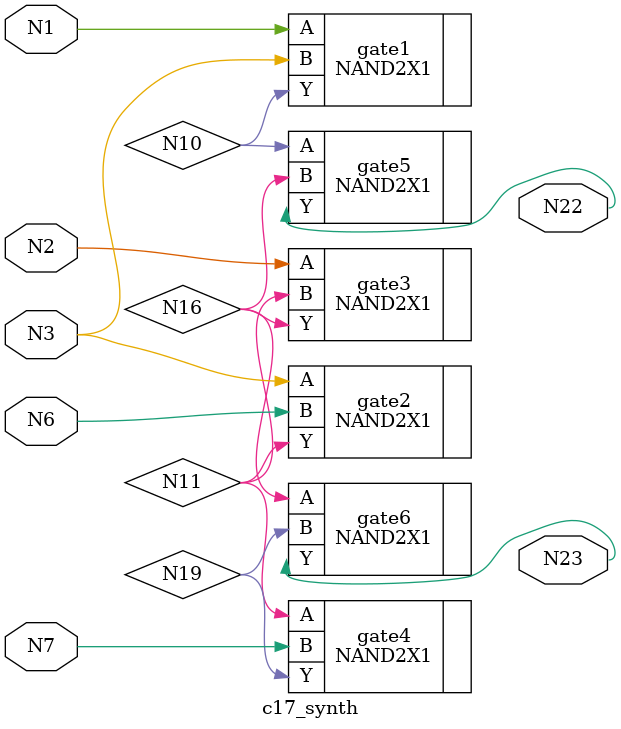
<source format=v>


module c17_synth (N1,N2,N3,N6,N7,N22,N23);



input N1,N2,N3,N6,N7;



output N22,N23;



wire N10,N11,N16,N19;


NAND2X1 gate1 ( .A(N1), .B(N3), .Y(N10) );
NAND2X1 gate2 ( .A(N3), .B(N6), .Y(N11) );
NAND2X1 gate3 ( .A(N2), .B(N11), .Y(N16) );
NAND2X1 gate4 ( .A(N11), .B(N7), .Y(N19) );
NAND2X1 gate5 ( .A(N10), .B(N16), .Y(N22) );
NAND2X1 gate6 ( .A(N16), .B(N19), .Y(N23) );

endmodule

</source>
